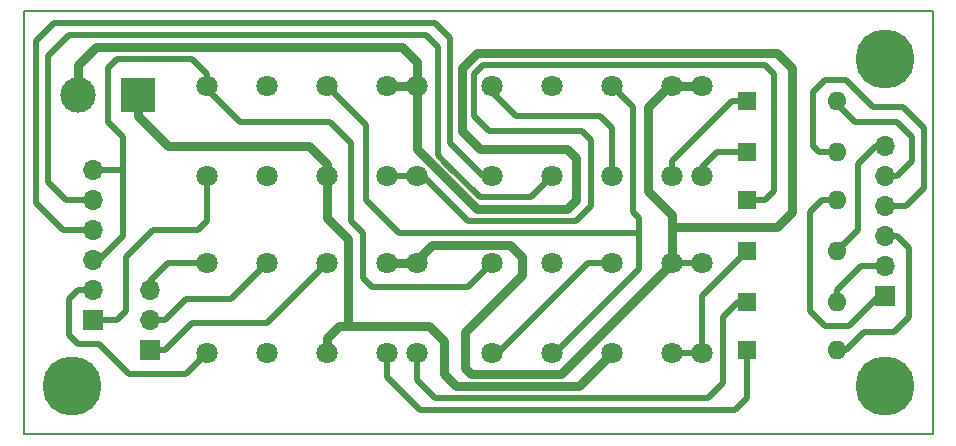
<source format=gbl>
G04 #@! TF.GenerationSoftware,KiCad,Pcbnew,5.0.2-bee76a0~70~ubuntu18.04.1*
G04 #@! TF.CreationDate,2020-04-21T14:08:59+02:00*
G04 #@! TF.ProjectId,FeuSignalisation,46657553-6967-46e6-916c-69736174696f,rev?*
G04 #@! TF.SameCoordinates,Original*
G04 #@! TF.FileFunction,Copper,L2,Bot*
G04 #@! TF.FilePolarity,Positive*
%FSLAX46Y46*%
G04 Gerber Fmt 4.6, Leading zero omitted, Abs format (unit mm)*
G04 Created by KiCad (PCBNEW 5.0.2-bee76a0~70~ubuntu18.04.1) date mar. 21 avril 2020 14:08:59 CEST*
%MOMM*%
%LPD*%
G01*
G04 APERTURE LIST*
G04 #@! TA.AperFunction,NonConductor*
%ADD10C,0.150000*%
G04 #@! TD*
G04 #@! TA.AperFunction,ComponentPad*
%ADD11R,3.000000X3.000000*%
G04 #@! TD*
G04 #@! TA.AperFunction,ComponentPad*
%ADD12C,3.000000*%
G04 #@! TD*
G04 #@! TA.AperFunction,ComponentPad*
%ADD13R,1.700000X1.700000*%
G04 #@! TD*
G04 #@! TA.AperFunction,ComponentPad*
%ADD14O,1.700000X1.700000*%
G04 #@! TD*
G04 #@! TA.AperFunction,ComponentPad*
%ADD15C,1.800000*%
G04 #@! TD*
G04 #@! TA.AperFunction,ComponentPad*
%ADD16R,1.600000X1.600000*%
G04 #@! TD*
G04 #@! TA.AperFunction,ComponentPad*
%ADD17O,1.600000X1.600000*%
G04 #@! TD*
G04 #@! TA.AperFunction,ComponentPad*
%ADD18C,5.000000*%
G04 #@! TD*
G04 #@! TA.AperFunction,Conductor*
%ADD19C,0.500000*%
G04 #@! TD*
G04 #@! TA.AperFunction,Conductor*
%ADD20C,0.750000*%
G04 #@! TD*
G04 APERTURE END LIST*
D10*
X167640000Y-84582000D02*
X90678000Y-84582000D01*
X167640000Y-48768000D02*
X167640000Y-84582000D01*
X90678000Y-48768000D02*
X167640000Y-48768000D01*
X90678000Y-84582000D02*
X90678000Y-48768000D01*
D11*
G04 #@! TO.P,K1,1*
G04 #@! TO.N,Net-(K1-Pad1)*
X100330000Y-55880000D03*
D12*
G04 #@! TO.P,K1,2*
G04 #@! TO.N,Net-(K1-Pad2)*
X95250000Y-55880000D03*
G04 #@! TD*
D13*
G04 #@! TO.P,K2,1*
G04 #@! TO.N,Net-(D6-Pad2)*
X163576000Y-72898000D03*
D14*
G04 #@! TO.P,K2,2*
G04 #@! TO.N,Net-(D1-Pad2)*
X163576000Y-70358000D03*
G04 #@! TO.P,K2,3*
G04 #@! TO.N,Net-(D2-Pad2)*
X163576000Y-67818000D03*
G04 #@! TO.P,K2,4*
G04 #@! TO.N,Net-(D3-Pad2)*
X163576000Y-65278000D03*
G04 #@! TO.P,K2,5*
G04 #@! TO.N,Net-(D4-Pad2)*
X163576000Y-62738000D03*
G04 #@! TO.P,K2,6*
G04 #@! TO.N,Net-(D5-Pad2)*
X163576000Y-60198000D03*
G04 #@! TD*
G04 #@! TO.P,K3,6*
G04 #@! TO.N,Net-(K3-Pad3)*
X96520000Y-62230000D03*
G04 #@! TO.P,K3,5*
G04 #@! TO.N,Net-(K3-Pad5)*
X96520000Y-64770000D03*
G04 #@! TO.P,K3,4*
G04 #@! TO.N,Net-(K3-Pad4)*
X96520000Y-67310000D03*
G04 #@! TO.P,K3,3*
G04 #@! TO.N,Net-(K3-Pad3)*
X96520000Y-69850000D03*
G04 #@! TO.P,K3,2*
G04 #@! TO.N,Net-(K3-Pad2)*
X96520000Y-72390000D03*
D13*
G04 #@! TO.P,K3,1*
G04 #@! TO.N,Net-(K3-Pad1)*
X96520000Y-74930000D03*
G04 #@! TD*
G04 #@! TO.P,K4,1*
G04 #@! TO.N,Net-(K4-Pad1)*
X101346000Y-77470000D03*
D14*
G04 #@! TO.P,K4,2*
G04 #@! TO.N,Net-(K4-Pad2)*
X101346000Y-74930000D03*
G04 #@! TO.P,K4,3*
G04 #@! TO.N,Net-(K4-Pad3)*
X101346000Y-72390000D03*
G04 #@! TD*
D15*
G04 #@! TO.P,RLY-A1,9*
G04 #@! TO.N,Net-(K3-Pad3)*
X106172000Y-55118000D03*
G04 #@! TO.P,RLY-A1,11*
G04 #@! TO.N,Net-(RLY-A1-Pad11)*
X111252000Y-55118000D03*
G04 #@! TO.P,RLY-A1,13*
G04 #@! TO.N,Net-(RLY-A1-Pad13)*
X116332000Y-55118000D03*
G04 #@! TO.P,RLY-A1,15*
G04 #@! TO.N,Net-(K1-Pad2)*
X121412000Y-55118000D03*
G04 #@! TO.P,RLY-A1,16*
X123952000Y-55118000D03*
G04 #@! TO.P,RLY-A1,8*
G04 #@! TO.N,Net-(K3-Pad1)*
X106172000Y-62738000D03*
G04 #@! TO.P,RLY-A1,6*
G04 #@! TO.N,Net-(RLY-A1-Pad6)*
X111252000Y-62738000D03*
G04 #@! TO.P,RLY-A1,4*
G04 #@! TO.N,Net-(K1-Pad1)*
X116332000Y-62738000D03*
G04 #@! TO.P,RLY-A1,2*
G04 #@! TO.N,Net-(D6-Pad1)*
X121412000Y-62738000D03*
G04 #@! TO.P,RLY-A1,1*
X123952000Y-62738000D03*
G04 #@! TD*
G04 #@! TO.P,RLY-B1,1*
G04 #@! TO.N,Net-(D1-Pad1)*
X123952000Y-77724000D03*
G04 #@! TO.P,RLY-B1,2*
G04 #@! TO.N,Net-(D2-Pad1)*
X121412000Y-77724000D03*
G04 #@! TO.P,RLY-B1,4*
G04 #@! TO.N,Net-(K1-Pad1)*
X116332000Y-77724000D03*
G04 #@! TO.P,RLY-B1,6*
G04 #@! TO.N,Net-(RLY-B1-Pad6)*
X111252000Y-77724000D03*
G04 #@! TO.P,RLY-B1,8*
G04 #@! TO.N,Net-(K3-Pad2)*
X106172000Y-77724000D03*
G04 #@! TO.P,RLY-B1,16*
G04 #@! TO.N,Net-(K1-Pad2)*
X123952000Y-70104000D03*
G04 #@! TO.P,RLY-B1,15*
X121412000Y-70104000D03*
G04 #@! TO.P,RLY-B1,13*
G04 #@! TO.N,Net-(K4-Pad1)*
X116332000Y-70104000D03*
G04 #@! TO.P,RLY-B1,11*
G04 #@! TO.N,Net-(K4-Pad2)*
X111252000Y-70104000D03*
G04 #@! TO.P,RLY-B1,9*
G04 #@! TO.N,Net-(K4-Pad3)*
X106172000Y-70104000D03*
G04 #@! TD*
G04 #@! TO.P,RLY-C1,9*
G04 #@! TO.N,Net-(RLY-C1-Pad4)*
X130302000Y-55118000D03*
G04 #@! TO.P,RLY-C1,11*
G04 #@! TO.N,Net-(RLY-C1-Pad11)*
X135382000Y-55118000D03*
G04 #@! TO.P,RLY-C1,13*
G04 #@! TO.N,Net-(RLY-A1-Pad13)*
X140462000Y-55118000D03*
G04 #@! TO.P,RLY-C1,15*
G04 #@! TO.N,Net-(K1-Pad2)*
X145542000Y-55118000D03*
G04 #@! TO.P,RLY-C1,16*
X148082000Y-55118000D03*
G04 #@! TO.P,RLY-C1,8*
G04 #@! TO.N,Net-(K3-Pad4)*
X130302000Y-62738000D03*
G04 #@! TO.P,RLY-C1,6*
G04 #@! TO.N,Net-(K3-Pad5)*
X135382000Y-62738000D03*
G04 #@! TO.P,RLY-C1,4*
G04 #@! TO.N,Net-(RLY-C1-Pad4)*
X140462000Y-62738000D03*
G04 #@! TO.P,RLY-C1,2*
G04 #@! TO.N,Net-(D4-Pad1)*
X145542000Y-62738000D03*
G04 #@! TO.P,RLY-C1,1*
G04 #@! TO.N,Net-(D3-Pad1)*
X148082000Y-62738000D03*
G04 #@! TD*
G04 #@! TO.P,RLY-D1,1*
G04 #@! TO.N,Net-(D5-Pad1)*
X148082000Y-77724000D03*
G04 #@! TO.P,RLY-D1,2*
X145542000Y-77724000D03*
G04 #@! TO.P,RLY-D1,4*
G04 #@! TO.N,Net-(K1-Pad1)*
X140462000Y-77724000D03*
G04 #@! TO.P,RLY-D1,6*
G04 #@! TO.N,Net-(RLY-A1-Pad13)*
X135382000Y-77724000D03*
G04 #@! TO.P,RLY-D1,8*
G04 #@! TO.N,Net-(RLY-D1-Pad13)*
X130302000Y-77724000D03*
G04 #@! TO.P,RLY-D1,16*
G04 #@! TO.N,Net-(K1-Pad2)*
X148082000Y-70104000D03*
G04 #@! TO.P,RLY-D1,15*
X145542000Y-70104000D03*
G04 #@! TO.P,RLY-D1,13*
G04 #@! TO.N,Net-(RLY-D1-Pad13)*
X140462000Y-70104000D03*
G04 #@! TO.P,RLY-D1,11*
G04 #@! TO.N,Net-(RLY-D1-Pad11)*
X135382000Y-70104000D03*
G04 #@! TO.P,RLY-D1,9*
G04 #@! TO.N,Net-(K3-Pad3)*
X130302000Y-70104000D03*
G04 #@! TD*
D16*
G04 #@! TO.P,D1,1*
G04 #@! TO.N,Net-(D1-Pad1)*
X151892000Y-73406000D03*
D17*
G04 #@! TO.P,D1,2*
G04 #@! TO.N,Net-(D1-Pad2)*
X159512000Y-73406000D03*
G04 #@! TD*
G04 #@! TO.P,D2,2*
G04 #@! TO.N,Net-(D2-Pad2)*
X159512000Y-77470000D03*
D16*
G04 #@! TO.P,D2,1*
G04 #@! TO.N,Net-(D2-Pad1)*
X151892000Y-77470000D03*
G04 #@! TD*
D17*
G04 #@! TO.P,D3,2*
G04 #@! TO.N,Net-(D3-Pad2)*
X159512000Y-60706000D03*
D16*
G04 #@! TO.P,D3,1*
G04 #@! TO.N,Net-(D3-Pad1)*
X151892000Y-60706000D03*
G04 #@! TD*
G04 #@! TO.P,D4,1*
G04 #@! TO.N,Net-(D4-Pad1)*
X151892000Y-56388000D03*
D17*
G04 #@! TO.P,D4,2*
G04 #@! TO.N,Net-(D4-Pad2)*
X159512000Y-56388000D03*
G04 #@! TD*
G04 #@! TO.P,D5,2*
G04 #@! TO.N,Net-(D5-Pad2)*
X159512000Y-69088000D03*
D16*
G04 #@! TO.P,D5,1*
G04 #@! TO.N,Net-(D5-Pad1)*
X151892000Y-69088000D03*
G04 #@! TD*
G04 #@! TO.P,D6,1*
G04 #@! TO.N,Net-(D6-Pad1)*
X151892000Y-64770000D03*
D17*
G04 #@! TO.P,D6,2*
G04 #@! TO.N,Net-(D6-Pad2)*
X159512000Y-64770000D03*
G04 #@! TD*
D18*
G04 #@! TO.P,REF\002A\002A,1*
G04 #@! TO.N,N/C*
X94742000Y-80518000D03*
G04 #@! TD*
G04 #@! TO.P,REF\002A\002A,1*
G04 #@! TO.N,N/C*
X163576000Y-52832000D03*
G04 #@! TD*
G04 #@! TO.P,REF\002A\002A,1*
G04 #@! TO.N,N/C*
X163576000Y-80518000D03*
G04 #@! TD*
D19*
G04 #@! TO.N,Net-(D1-Pad1)*
X146812000Y-81534000D02*
X128524000Y-81534000D01*
X123952000Y-77724000D02*
X123952000Y-80010000D01*
X125476000Y-81534000D02*
X128524000Y-81534000D01*
X123952000Y-80010000D02*
X125476000Y-81534000D01*
X151892000Y-73406000D02*
X151130000Y-73406000D01*
X148590000Y-81534000D02*
X146812000Y-81534000D01*
X149860000Y-80264000D02*
X148590000Y-81534000D01*
X149860000Y-74676000D02*
X149860000Y-80264000D01*
X151130000Y-73406000D02*
X149860000Y-74676000D01*
G04 #@! TO.N,Net-(D1-Pad2)*
X163576000Y-70358000D02*
X161544000Y-70358000D01*
X159512000Y-72390000D02*
X159512000Y-73406000D01*
X161544000Y-70358000D02*
X159512000Y-72390000D01*
G04 #@! TO.N,Net-(D2-Pad2)*
X164592000Y-67818000D02*
X163576000Y-67818000D01*
X165608000Y-68834000D02*
X164592000Y-67818000D01*
X165608000Y-74676000D02*
X165608000Y-68834000D01*
X161798000Y-75946000D02*
X164338000Y-75946000D01*
X160274000Y-77470000D02*
X161798000Y-75946000D01*
X159512000Y-77470000D02*
X160274000Y-77470000D01*
X165608000Y-74676000D02*
X164338000Y-75946000D01*
G04 #@! TO.N,Net-(D2-Pad1)*
X121412000Y-79756000D02*
X121412000Y-77724000D01*
X124206000Y-82550000D02*
X121412000Y-79756000D01*
X147828000Y-82550000D02*
X124206000Y-82550000D01*
X151892000Y-77470000D02*
X151892000Y-81534000D01*
X150876000Y-82550000D02*
X147828000Y-82550000D01*
X151892000Y-81534000D02*
X150876000Y-82550000D01*
G04 #@! TO.N,Net-(D3-Pad2)*
X159512000Y-60706000D02*
X157988000Y-60706000D01*
X157988000Y-60706000D02*
X157480000Y-60198000D01*
X157480000Y-60198000D02*
X157480000Y-56642000D01*
X165354000Y-65278000D02*
X163576000Y-65278000D01*
X166878000Y-63754000D02*
X165354000Y-65278000D01*
X166878000Y-58674000D02*
X166878000Y-63754000D01*
X165100000Y-56896000D02*
X166878000Y-58674000D01*
X162560000Y-56896000D02*
X165100000Y-56896000D01*
X160274000Y-54610000D02*
X162560000Y-56896000D01*
X158496000Y-54610000D02*
X160274000Y-54610000D01*
X158496000Y-54610000D02*
X157480000Y-55626000D01*
X157480000Y-56642000D02*
X157480000Y-55626000D01*
X157480000Y-55626000D02*
X158496000Y-54610000D01*
G04 #@! TO.N,Net-(D3-Pad1)*
X148082000Y-62738000D02*
X148082000Y-61976000D01*
X149352000Y-60706000D02*
X151892000Y-60706000D01*
X148082000Y-61976000D02*
X149352000Y-60706000D01*
G04 #@! TO.N,Net-(D4-Pad1)*
X145542000Y-62738000D02*
X145542000Y-61468000D01*
X150622000Y-56388000D02*
X151892000Y-56388000D01*
X145542000Y-61468000D02*
X150622000Y-56388000D01*
G04 #@! TO.N,Net-(D4-Pad2)*
X164592000Y-62738000D02*
X163576000Y-62738000D01*
X165862000Y-61468000D02*
X164592000Y-62738000D01*
X165862000Y-59436000D02*
X165862000Y-61468000D01*
X159512000Y-56388000D02*
X159512000Y-56642000D01*
X164592000Y-58166000D02*
X165862000Y-59436000D01*
X161036000Y-58166000D02*
X164592000Y-58166000D01*
X159512000Y-56642000D02*
X161036000Y-58166000D01*
G04 #@! TO.N,Net-(D5-Pad2)*
X163576000Y-60198000D02*
X162814000Y-60198000D01*
X161290000Y-67310000D02*
X159512000Y-69088000D01*
X161290000Y-61722000D02*
X161290000Y-67310000D01*
X162814000Y-60198000D02*
X161290000Y-61722000D01*
G04 #@! TO.N,Net-(D5-Pad1)*
X148082000Y-77724000D02*
X145542000Y-77724000D01*
X151892000Y-69088000D02*
X151892000Y-69088000D01*
X148082000Y-72898000D02*
X148082000Y-77724000D01*
X151892000Y-69088000D02*
X148082000Y-72898000D01*
G04 #@! TO.N,Net-(D6-Pad1)*
X123952000Y-62738000D02*
X121412000Y-62738000D01*
X128778000Y-55880000D02*
X128778000Y-54864000D01*
X124460000Y-62738000D02*
X128270000Y-66548000D01*
X123952000Y-62738000D02*
X124460000Y-62738000D01*
X128270000Y-66548000D02*
X137414000Y-66548000D01*
X137414000Y-66548000D02*
X138684000Y-65278000D01*
X138684000Y-65278000D02*
X138684000Y-59690000D01*
X138684000Y-59690000D02*
X137922000Y-58928000D01*
X128778000Y-55880000D02*
X128778000Y-57658000D01*
X130048000Y-58928000D02*
X137922000Y-58928000D01*
X128778000Y-57658000D02*
X130048000Y-58928000D01*
X128778000Y-54864000D02*
X128778000Y-54102000D01*
X129540000Y-53340000D02*
X153416000Y-53340000D01*
X128778000Y-54102000D02*
X129540000Y-53340000D01*
X151892000Y-64770000D02*
X153416000Y-64770000D01*
X154178000Y-54102000D02*
X153416000Y-53340000D01*
X154178000Y-64008000D02*
X154178000Y-54102000D01*
X153416000Y-64770000D02*
X154178000Y-64008000D01*
G04 #@! TO.N,Net-(D6-Pad2)*
X163576000Y-72898000D02*
X163068000Y-72898000D01*
X158242000Y-64770000D02*
X159512000Y-64770000D01*
X157226000Y-65786000D02*
X158242000Y-64770000D01*
X157226000Y-74168000D02*
X157226000Y-65786000D01*
X158496000Y-75438000D02*
X157226000Y-74168000D01*
X160528000Y-75438000D02*
X158496000Y-75438000D01*
X163068000Y-72898000D02*
X160528000Y-75438000D01*
D20*
G04 #@! TO.N,Net-(K1-Pad1)*
X116332000Y-77724000D02*
X116332000Y-76454000D01*
X116332000Y-76454000D02*
X117348000Y-75438000D01*
X117348000Y-75438000D02*
X118110000Y-75438000D01*
X137668000Y-80518000D02*
X140462000Y-77724000D01*
X128778000Y-80518000D02*
X137668000Y-80518000D01*
X118110000Y-75438000D02*
X124460000Y-75438000D01*
X116332000Y-62738000D02*
X116332000Y-66294000D01*
X116332000Y-66294000D02*
X118110000Y-68072000D01*
X118110000Y-68072000D02*
X118110000Y-75438000D01*
X116332000Y-61722000D02*
X114808000Y-60198000D01*
X116332000Y-62738000D02*
X116332000Y-61722000D01*
D19*
X116332000Y-61722000D02*
X114808000Y-60198000D01*
D20*
X114808000Y-60198000D02*
X102870000Y-60198000D01*
X100330000Y-57658000D02*
X102870000Y-60198000D01*
X100330000Y-55880000D02*
X100330000Y-57658000D01*
X124460000Y-75438000D02*
X124968000Y-75438000D01*
X127254000Y-80518000D02*
X128778000Y-80518000D01*
X126238000Y-79502000D02*
X127254000Y-80518000D01*
X126238000Y-76708000D02*
X126238000Y-79502000D01*
X124968000Y-75438000D02*
X126238000Y-76708000D01*
D19*
G04 #@! TO.N,Net-(K1-Pad2)*
X148082000Y-70104000D02*
X145542000Y-70104000D01*
D20*
X148082000Y-55118000D02*
X145542000Y-55118000D01*
X123952000Y-70104000D02*
X121412000Y-70104000D01*
X123952000Y-55118000D02*
X121412000Y-55118000D01*
X123952000Y-70104000D02*
X123952000Y-69850000D01*
X128016000Y-75946000D02*
X128016000Y-78994000D01*
X128016000Y-78994000D02*
X128524000Y-79502000D01*
X128524000Y-79502000D02*
X136144000Y-79502000D01*
X136144000Y-79502000D02*
X145542000Y-70104000D01*
X129286000Y-74676000D02*
X128016000Y-75946000D01*
X123952000Y-69850000D02*
X125222000Y-68580000D01*
X125222000Y-68580000D02*
X131826000Y-68580000D01*
X131826000Y-68580000D02*
X132842000Y-69596000D01*
X132842000Y-69596000D02*
X132842000Y-71120000D01*
X132842000Y-71120000D02*
X129286000Y-74676000D01*
X145542000Y-70104000D02*
X145542000Y-66040000D01*
X145542000Y-66040000D02*
X143510000Y-64008000D01*
X143510000Y-64008000D02*
X143510000Y-57404000D01*
X151892000Y-67056000D02*
X147574000Y-67056000D01*
X137414000Y-64770000D02*
X137414000Y-61722000D01*
X136652000Y-65532000D02*
X137414000Y-64770000D01*
X130556000Y-65532000D02*
X136652000Y-65532000D01*
X137414000Y-61722000D02*
X137414000Y-61214000D01*
X127762000Y-58928000D02*
X127762000Y-54102000D01*
X129286000Y-60452000D02*
X127762000Y-58928000D01*
X136652000Y-60452000D02*
X129286000Y-60452000D01*
X137414000Y-61214000D02*
X136652000Y-60452000D01*
X127762000Y-54102000D02*
X127762000Y-53594000D01*
X129032000Y-52324000D02*
X153670000Y-52324000D01*
X127762000Y-53594000D02*
X129032000Y-52324000D01*
X123952000Y-55118000D02*
X123952000Y-60452000D01*
X129032000Y-65532000D02*
X130556000Y-65532000D01*
X123952000Y-60452000D02*
X129032000Y-65532000D01*
X147574000Y-67056000D02*
X145542000Y-67056000D01*
X145542000Y-70104000D02*
X145542000Y-67056000D01*
X151892000Y-67056000D02*
X154432000Y-67056000D01*
X154432000Y-52324000D02*
X153670000Y-52324000D01*
X155702000Y-53594000D02*
X154432000Y-52324000D01*
X155702000Y-65786000D02*
X155702000Y-53594000D01*
X154432000Y-67056000D02*
X155702000Y-65786000D01*
D19*
X145542000Y-55118000D02*
X145288000Y-55118000D01*
D20*
X143510000Y-56896000D02*
X143510000Y-57404000D01*
X145288000Y-55118000D02*
X143510000Y-56896000D01*
X95250000Y-55880000D02*
X95250000Y-53340000D01*
X95250000Y-53340000D02*
X96774000Y-51816000D01*
X96774000Y-51816000D02*
X122682000Y-51816000D01*
X122682000Y-51816000D02*
X123952000Y-53086000D01*
X123952000Y-53086000D02*
X123952000Y-55118000D01*
D19*
G04 #@! TO.N,Net-(K3-Pad3)*
X106172000Y-55118000D02*
X106172000Y-55372000D01*
X128270000Y-72136000D02*
X130302000Y-70104000D01*
X120142000Y-72136000D02*
X128270000Y-72136000D01*
X119380000Y-71374000D02*
X120142000Y-72136000D01*
X119380000Y-67564000D02*
X119380000Y-71374000D01*
X118364000Y-66548000D02*
X119380000Y-67564000D01*
X118364000Y-59944000D02*
X118364000Y-66548000D01*
X116586000Y-58166000D02*
X118364000Y-59944000D01*
X108966000Y-58166000D02*
X116586000Y-58166000D01*
X106172000Y-55372000D02*
X108966000Y-58166000D01*
X106172000Y-54102000D02*
X104902000Y-52832000D01*
X97790000Y-57150000D02*
X97790000Y-58166000D01*
X106172000Y-55118000D02*
X106172000Y-54102000D01*
X97790000Y-53594000D02*
X97790000Y-57150000D01*
X98552000Y-52832000D02*
X97790000Y-53594000D01*
X104902000Y-52832000D02*
X98552000Y-52832000D01*
X96520000Y-69850000D02*
X96520000Y-69850000D01*
X96520000Y-69850000D02*
X97028000Y-69850000D01*
X97028000Y-69850000D02*
X99060000Y-67818000D01*
X99060000Y-67818000D02*
X99060000Y-62230000D01*
X99060000Y-59436000D02*
X97790000Y-58166000D01*
X99060000Y-62230000D02*
X99060000Y-59436000D01*
X96520000Y-62230000D02*
X99060000Y-62230000D01*
G04 #@! TO.N,Net-(K3-Pad5)*
X125730000Y-60960000D02*
X125730000Y-53848000D01*
X126365000Y-61595000D02*
X125730000Y-60960000D01*
X129286000Y-64516000D02*
X133604000Y-64516000D01*
X133604000Y-64516000D02*
X135382000Y-62738000D01*
X126365000Y-61595000D02*
X129286000Y-64516000D01*
X92710000Y-55118000D02*
X92710000Y-63246000D01*
X92710000Y-55118000D02*
X92710000Y-52578000D01*
X125730000Y-51816000D02*
X125730000Y-53848000D01*
X124714000Y-50800000D02*
X125730000Y-51816000D01*
X94488000Y-50800000D02*
X124714000Y-50800000D01*
X92710000Y-52578000D02*
X94488000Y-50800000D01*
X96520000Y-64770000D02*
X94234000Y-64770000D01*
X94234000Y-64770000D02*
X92710000Y-63246000D01*
G04 #@! TO.N,Net-(K3-Pad4)*
X129540000Y-62738000D02*
X126746000Y-59944000D01*
X126746000Y-59944000D02*
X126746000Y-53848000D01*
X130302000Y-62738000D02*
X129540000Y-62738000D01*
X91694000Y-65024000D02*
X91694000Y-55118000D01*
X91694000Y-55118000D02*
X91694000Y-51308000D01*
X126746000Y-51054000D02*
X126746000Y-53848000D01*
X125476000Y-49784000D02*
X126746000Y-51054000D01*
X93218000Y-49784000D02*
X125476000Y-49784000D01*
X91694000Y-51308000D02*
X93218000Y-49784000D01*
X93980000Y-67310000D02*
X91694000Y-65024000D01*
X96520000Y-67310000D02*
X93980000Y-67310000D01*
X93980000Y-67310000D02*
X91694000Y-65024000D01*
G04 #@! TO.N,Net-(K3-Pad2)*
X104394000Y-79502000D02*
X106172000Y-77724000D01*
X99568000Y-79502000D02*
X104394000Y-79502000D01*
X96520000Y-72390000D02*
X95250000Y-72390000D01*
X94488000Y-73152000D02*
X94488000Y-74676000D01*
X95250000Y-72390000D02*
X94488000Y-73152000D01*
X94488000Y-74676000D02*
X94488000Y-76200000D01*
X94488000Y-76200000D02*
X95250000Y-76962000D01*
X95250000Y-76962000D02*
X97028000Y-76962000D01*
X97028000Y-76962000D02*
X99568000Y-79502000D01*
G04 #@! TO.N,Net-(K3-Pad1)*
X96520000Y-74930000D02*
X98552000Y-74930000D01*
X106172000Y-66548000D02*
X106172000Y-62738000D01*
X105410000Y-67310000D02*
X106172000Y-66548000D01*
X101600000Y-67310000D02*
X105410000Y-67310000D01*
X99314000Y-69596000D02*
X101600000Y-67310000D01*
X99314000Y-74168000D02*
X99314000Y-69596000D01*
X98552000Y-74930000D02*
X99314000Y-74168000D01*
G04 #@! TO.N,Net-(K4-Pad1)*
X111252000Y-75184000D02*
X116332000Y-70104000D01*
X104902000Y-75184000D02*
X111252000Y-75184000D01*
X101346000Y-77470000D02*
X102616000Y-77470000D01*
X102616000Y-77470000D02*
X104902000Y-75184000D01*
G04 #@! TO.N,Net-(K4-Pad2)*
X108204000Y-73152000D02*
X111252000Y-70104000D01*
X104394000Y-73152000D02*
X108204000Y-73152000D01*
X101346000Y-74930000D02*
X102616000Y-74930000D01*
X102616000Y-74930000D02*
X104394000Y-73152000D01*
G04 #@! TO.N,Net-(K4-Pad3)*
X101346000Y-72390000D02*
X101346000Y-71628000D01*
X102870000Y-70104000D02*
X106172000Y-70104000D01*
X101346000Y-71628000D02*
X102870000Y-70104000D01*
G04 #@! TO.N,Net-(RLY-A1-Pad13)*
X122428000Y-67564000D02*
X140970000Y-67564000D01*
X119634000Y-64770000D02*
X122428000Y-67564000D01*
X135382000Y-77724000D02*
X135636000Y-77724000D01*
X135636000Y-77724000D02*
X142748000Y-70612000D01*
X142748000Y-70612000D02*
X142748000Y-67564000D01*
X142240000Y-56896000D02*
X140462000Y-55118000D01*
X142748000Y-67564000D02*
X142748000Y-66294000D01*
X142748000Y-66294000D02*
X142240000Y-65786000D01*
X142240000Y-65786000D02*
X142240000Y-56896000D01*
X140970000Y-67564000D02*
X142748000Y-67564000D01*
X119634000Y-64770000D02*
X119634000Y-58420000D01*
X119634000Y-58420000D02*
X116332000Y-55118000D01*
G04 #@! TO.N,Net-(RLY-C1-Pad4)*
X130302000Y-55118000D02*
X130302000Y-55626000D01*
X140462000Y-58674000D02*
X140462000Y-62738000D01*
X139446000Y-57658000D02*
X140462000Y-58674000D01*
X132334000Y-57658000D02*
X139446000Y-57658000D01*
X130302000Y-55626000D02*
X132334000Y-57658000D01*
G04 #@! TO.N,Net-(RLY-D1-Pad13)*
X130302000Y-77724000D02*
X130810000Y-77724000D01*
X138430000Y-70104000D02*
X140462000Y-70104000D01*
X130810000Y-77724000D02*
X138430000Y-70104000D01*
G04 #@! TD*
M02*

</source>
